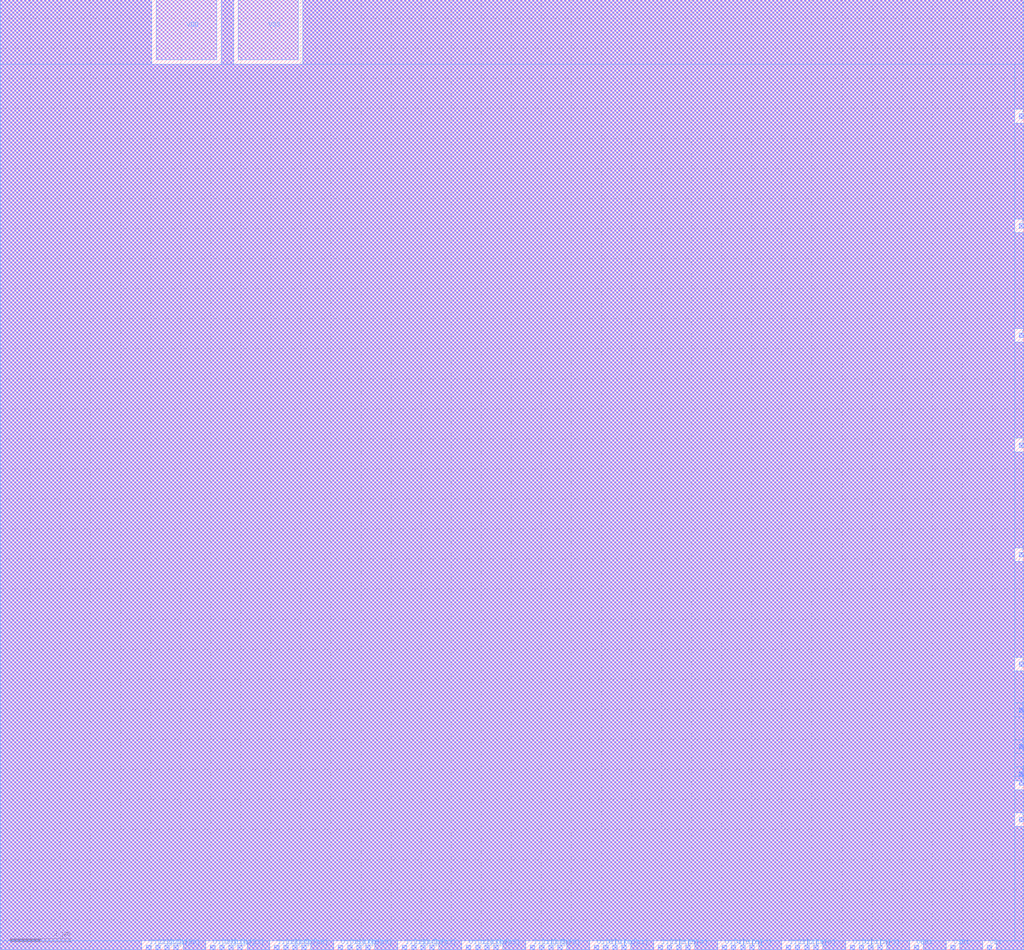
<source format=lef>
VERSION 5.5 ;
NAMESCASESENSITIVE ON ;
BUSBITCHARS "[]" ;
DIVIDERCHAR "/" ;

MACRO sram6t128x24
  CLASS BLOCK ;
  SOURCE USER ;
  ORIGIN 0 0 ;
  SIZE 34.048 BY 31.616 ;
  SYMMETRY X Y R90 ;

  PIN CE1
    DIRECTION INPUT ;
    USE SIGNAL ;
    PORT
      LAYER M2 ;
        RECT 32.832 0.000 32.984 0.152 ;
    END
    PORT
      LAYER M3 ;
        RECT 32.832 0.000 32.984 0.152 ;
    END
    PORT
      LAYER M4 ;
        RECT 32.832 0.000 32.984 0.152 ;
    END
    PORT
      LAYER M5 ;
        RECT 32.832 0.000 32.984 0.152 ;
    END
  END CE1

  PIN CSB1
    DIRECTION INPUT ;
    USE SIGNAL ;
    PORT
      LAYER M2 ;
        RECT 31.616 0.000 31.768 0.152 ;
    END
    PORT
      LAYER M3 ;
        RECT 31.616 0.000 31.768 0.152 ;
    END
    PORT
      LAYER M4 ;
        RECT 31.616 0.000 31.768 0.152 ;
    END
    PORT
      LAYER M5 ;
        RECT 31.616 0.000 31.768 0.152 ;
    END
  END CSB1

  PIN OEB1
    DIRECTION INPUT ;
    USE SIGNAL ;
    PORT
      LAYER M2 ;
        RECT 30.400 0.000 30.552 0.152 ;
    END
    PORT
      LAYER M3 ;
        RECT 30.400 0.000 30.552 0.152 ;
    END
    PORT
      LAYER M4 ;
        RECT 30.400 0.000 30.552 0.152 ;
    END
    PORT
      LAYER M5 ;
        RECT 30.400 0.000 30.552 0.152 ;
    END
  END OEB1

  PIN O1[3]
    DIRECTION OUTPUT ;
    USE SIGNAL ;
    PORT
      LAYER M2 ;
        RECT 29.184 0.000 29.336 0.152 ;
    END
    PORT
      LAYER M3 ;
        RECT 29.184 0.000 29.336 0.152 ;
    END
    PORT
      LAYER M4 ;
        RECT 29.184 0.000 29.336 0.152 ;
    END
    PORT
      LAYER M5 ;
        RECT 29.184 0.000 29.336 0.152 ;
    END
  END O1[3]

  PIN O1[2]
    DIRECTION OUTPUT ;
    USE SIGNAL ;
    PORT
      LAYER M2 ;
        RECT 28.880 0.000 29.032 0.152 ;
    END
    PORT
      LAYER M3 ;
        RECT 28.880 0.000 29.032 0.152 ;
    END
    PORT
      LAYER M4 ;
        RECT 28.880 0.000 29.032 0.152 ;
    END
    PORT
      LAYER M5 ;
        RECT 28.880 0.000 29.032 0.152 ;
    END
  END O1[2]

  PIN O1[1]
    DIRECTION OUTPUT ;
    USE SIGNAL ;
    PORT
      LAYER M2 ;
        RECT 28.576 0.000 28.728 0.152 ;
    END
    PORT
      LAYER M3 ;
        RECT 28.576 0.000 28.728 0.152 ;
    END
    PORT
      LAYER M4 ;
        RECT 28.576 0.000 28.728 0.152 ;
    END
    PORT
      LAYER M5 ;
        RECT 28.576 0.000 28.728 0.152 ;
    END
  END O1[1]

  PIN O1[0]
    DIRECTION OUTPUT ;
    USE SIGNAL ;
    PORT
      LAYER M2 ;
        RECT 28.272 0.000 28.424 0.152 ;
    END
    PORT
      LAYER M3 ;
        RECT 28.272 0.000 28.424 0.152 ;
    END
    PORT
      LAYER M4 ;
        RECT 28.272 0.000 28.424 0.152 ;
    END
    PORT
      LAYER M5 ;
        RECT 28.272 0.000 28.424 0.152 ;
    END
  END O1[0]

  PIN I1[0]
    DIRECTION INPUT ;
    USE SIGNAL ;
    PORT
      LAYER M2 ;
        RECT 27.056 0.000 27.208 0.152 ;
    END
    PORT
      LAYER M3 ;
        RECT 27.056 0.000 27.208 0.152 ;
    END
    PORT
      LAYER M4 ;
        RECT 27.056 0.000 27.208 0.152 ;
    END
    PORT
      LAYER M5 ;
        RECT 27.056 0.000 27.208 0.152 ;
    END
  END I1[0]

  PIN I1[1]
    DIRECTION INPUT ;
    USE SIGNAL ;
    PORT
      LAYER M2 ;
        RECT 26.752 0.000 26.904 0.152 ;
    END
    PORT
      LAYER M3 ;
        RECT 26.752 0.000 26.904 0.152 ;
    END
    PORT
      LAYER M4 ;
        RECT 26.752 0.000 26.904 0.152 ;
    END
    PORT
      LAYER M5 ;
        RECT 26.752 0.000 26.904 0.152 ;
    END
  END I1[1]

  PIN I1[2]
    DIRECTION INPUT ;
    USE SIGNAL ;
    PORT
      LAYER M2 ;
        RECT 26.448 0.000 26.600 0.152 ;
    END
    PORT
      LAYER M3 ;
        RECT 26.448 0.000 26.600 0.152 ;
    END
    PORT
      LAYER M4 ;
        RECT 26.448 0.000 26.600 0.152 ;
    END
    PORT
      LAYER M5 ;
        RECT 26.448 0.000 26.600 0.152 ;
    END
  END I1[2]

  PIN I1[3]
    DIRECTION INPUT ;
    USE SIGNAL ;
    PORT
      LAYER M2 ;
        RECT 26.144 0.000 26.296 0.152 ;
    END
    PORT
      LAYER M3 ;
        RECT 26.144 0.000 26.296 0.152 ;
    END
    PORT
      LAYER M4 ;
        RECT 26.144 0.000 26.296 0.152 ;
    END
    PORT
      LAYER M5 ;
        RECT 26.144 0.000 26.296 0.152 ;
    END
  END I1[3]

  PIN O1[7]
    DIRECTION OUTPUT ;
    USE SIGNAL ;
    PORT
      LAYER M2 ;
        RECT 24.928 0.000 25.080 0.152 ;
    END
    PORT
      LAYER M3 ;
        RECT 24.928 0.000 25.080 0.152 ;
    END
    PORT
      LAYER M4 ;
        RECT 24.928 0.000 25.080 0.152 ;
    END
    PORT
      LAYER M5 ;
        RECT 24.928 0.000 25.080 0.152 ;
    END
  END O1[7]

  PIN O1[6]
    DIRECTION OUTPUT ;
    USE SIGNAL ;
    PORT
      LAYER M2 ;
        RECT 24.624 0.000 24.776 0.152 ;
    END
    PORT
      LAYER M3 ;
        RECT 24.624 0.000 24.776 0.152 ;
    END
    PORT
      LAYER M4 ;
        RECT 24.624 0.000 24.776 0.152 ;
    END
    PORT
      LAYER M5 ;
        RECT 24.624 0.000 24.776 0.152 ;
    END
  END O1[6]

  PIN O1[5]
    DIRECTION OUTPUT ;
    USE SIGNAL ;
    PORT
      LAYER M2 ;
        RECT 24.320 0.000 24.472 0.152 ;
    END
    PORT
      LAYER M3 ;
        RECT 24.320 0.000 24.472 0.152 ;
    END
    PORT
      LAYER M4 ;
        RECT 24.320 0.000 24.472 0.152 ;
    END
    PORT
      LAYER M5 ;
        RECT 24.320 0.000 24.472 0.152 ;
    END
  END O1[5]

  PIN O1[4]
    DIRECTION OUTPUT ;
    USE SIGNAL ;
    PORT
      LAYER M2 ;
        RECT 24.016 0.000 24.168 0.152 ;
    END
    PORT
      LAYER M3 ;
        RECT 24.016 0.000 24.168 0.152 ;
    END
    PORT
      LAYER M4 ;
        RECT 24.016 0.000 24.168 0.152 ;
    END
    PORT
      LAYER M5 ;
        RECT 24.016 0.000 24.168 0.152 ;
    END
  END O1[4]

  PIN I1[4]
    DIRECTION INPUT ;
    USE SIGNAL ;
    PORT
      LAYER M2 ;
        RECT 22.800 0.000 22.952 0.152 ;
    END
    PORT
      LAYER M3 ;
        RECT 22.800 0.000 22.952 0.152 ;
    END
    PORT
      LAYER M4 ;
        RECT 22.800 0.000 22.952 0.152 ;
    END
    PORT
      LAYER M5 ;
        RECT 22.800 0.000 22.952 0.152 ;
    END
  END I1[4]

  PIN I1[5]
    DIRECTION INPUT ;
    USE SIGNAL ;
    PORT
      LAYER M2 ;
        RECT 22.496 0.000 22.648 0.152 ;
    END
    PORT
      LAYER M3 ;
        RECT 22.496 0.000 22.648 0.152 ;
    END
    PORT
      LAYER M4 ;
        RECT 22.496 0.000 22.648 0.152 ;
    END
    PORT
      LAYER M5 ;
        RECT 22.496 0.000 22.648 0.152 ;
    END
  END I1[5]

  PIN I1[6]
    DIRECTION INPUT ;
    USE SIGNAL ;
    PORT
      LAYER M2 ;
        RECT 22.192 0.000 22.344 0.152 ;
    END
    PORT
      LAYER M3 ;
        RECT 22.192 0.000 22.344 0.152 ;
    END
    PORT
      LAYER M4 ;
        RECT 22.192 0.000 22.344 0.152 ;
    END
    PORT
      LAYER M5 ;
        RECT 22.192 0.000 22.344 0.152 ;
    END
  END I1[6]

  PIN I1[7]
    DIRECTION INPUT ;
    USE SIGNAL ;
    PORT
      LAYER M2 ;
        RECT 21.888 0.000 22.040 0.152 ;
    END
    PORT
      LAYER M3 ;
        RECT 21.888 0.000 22.040 0.152 ;
    END
    PORT
      LAYER M4 ;
        RECT 21.888 0.000 22.040 0.152 ;
    END
    PORT
      LAYER M5 ;
        RECT 21.888 0.000 22.040 0.152 ;
    END
  END I1[7]

  PIN O1[11]
    DIRECTION OUTPUT ;
    USE SIGNAL ;
    PORT
      LAYER M2 ;
        RECT 20.672 0.000 20.824 0.152 ;
    END
    PORT
      LAYER M3 ;
        RECT 20.672 0.000 20.824 0.152 ;
    END
    PORT
      LAYER M4 ;
        RECT 20.672 0.000 20.824 0.152 ;
    END
    PORT
      LAYER M5 ;
        RECT 20.672 0.000 20.824 0.152 ;
    END
  END O1[11]

  PIN O1[10]
    DIRECTION OUTPUT ;
    USE SIGNAL ;
    PORT
      LAYER M2 ;
        RECT 20.368 0.000 20.520 0.152 ;
    END
    PORT
      LAYER M3 ;
        RECT 20.368 0.000 20.520 0.152 ;
    END
    PORT
      LAYER M4 ;
        RECT 20.368 0.000 20.520 0.152 ;
    END
    PORT
      LAYER M5 ;
        RECT 20.368 0.000 20.520 0.152 ;
    END
  END O1[10]

  PIN O1[9]
    DIRECTION OUTPUT ;
    USE SIGNAL ;
    PORT
      LAYER M2 ;
        RECT 20.064 0.000 20.216 0.152 ;
    END
    PORT
      LAYER M3 ;
        RECT 20.064 0.000 20.216 0.152 ;
    END
    PORT
      LAYER M4 ;
        RECT 20.064 0.000 20.216 0.152 ;
    END
    PORT
      LAYER M5 ;
        RECT 20.064 0.000 20.216 0.152 ;
    END
  END O1[9]

  PIN O1[8]
    DIRECTION OUTPUT ;
    USE SIGNAL ;
    PORT
      LAYER M2 ;
        RECT 19.760 0.000 19.912 0.152 ;
    END
    PORT
      LAYER M3 ;
        RECT 19.760 0.000 19.912 0.152 ;
    END
    PORT
      LAYER M4 ;
        RECT 19.760 0.000 19.912 0.152 ;
    END
    PORT
      LAYER M5 ;
        RECT 19.760 0.000 19.912 0.152 ;
    END
  END O1[8]

  PIN I1[8]
    DIRECTION INPUT ;
    USE SIGNAL ;
    PORT
      LAYER M2 ;
        RECT 18.544 0.000 18.696 0.152 ;
    END
    PORT
      LAYER M3 ;
        RECT 18.544 0.000 18.696 0.152 ;
    END
    PORT
      LAYER M4 ;
        RECT 18.544 0.000 18.696 0.152 ;
    END
    PORT
      LAYER M5 ;
        RECT 18.544 0.000 18.696 0.152 ;
    END
  END I1[8]

  PIN I1[9]
    DIRECTION INPUT ;
    USE SIGNAL ;
    PORT
      LAYER M2 ;
        RECT 18.240 0.000 18.392 0.152 ;
    END
    PORT
      LAYER M3 ;
        RECT 18.240 0.000 18.392 0.152 ;
    END
    PORT
      LAYER M4 ;
        RECT 18.240 0.000 18.392 0.152 ;
    END
    PORT
      LAYER M5 ;
        RECT 18.240 0.000 18.392 0.152 ;
    END
  END I1[9]

  PIN I1[10]
    DIRECTION INPUT ;
    USE SIGNAL ;
    PORT
      LAYER M2 ;
        RECT 17.936 0.000 18.088 0.152 ;
    END
    PORT
      LAYER M3 ;
        RECT 17.936 0.000 18.088 0.152 ;
    END
    PORT
      LAYER M4 ;
        RECT 17.936 0.000 18.088 0.152 ;
    END
    PORT
      LAYER M5 ;
        RECT 17.936 0.000 18.088 0.152 ;
    END
  END I1[10]

  PIN I1[11]
    DIRECTION INPUT ;
    USE SIGNAL ;
    PORT
      LAYER M2 ;
        RECT 17.632 0.000 17.784 0.152 ;
    END
    PORT
      LAYER M3 ;
        RECT 17.632 0.000 17.784 0.152 ;
    END
    PORT
      LAYER M4 ;
        RECT 17.632 0.000 17.784 0.152 ;
    END
    PORT
      LAYER M5 ;
        RECT 17.632 0.000 17.784 0.152 ;
    END
  END I1[11]

  PIN O1[15]
    DIRECTION OUTPUT ;
    USE SIGNAL ;
    PORT
      LAYER M2 ;
        RECT 16.416 0.000 16.568 0.152 ;
    END
    PORT
      LAYER M3 ;
        RECT 16.416 0.000 16.568 0.152 ;
    END
    PORT
      LAYER M4 ;
        RECT 16.416 0.000 16.568 0.152 ;
    END
    PORT
      LAYER M5 ;
        RECT 16.416 0.000 16.568 0.152 ;
    END
  END O1[15]

  PIN O1[14]
    DIRECTION OUTPUT ;
    USE SIGNAL ;
    PORT
      LAYER M2 ;
        RECT 16.112 0.000 16.264 0.152 ;
    END
    PORT
      LAYER M3 ;
        RECT 16.112 0.000 16.264 0.152 ;
    END
    PORT
      LAYER M4 ;
        RECT 16.112 0.000 16.264 0.152 ;
    END
    PORT
      LAYER M5 ;
        RECT 16.112 0.000 16.264 0.152 ;
    END
  END O1[14]

  PIN O1[13]
    DIRECTION OUTPUT ;
    USE SIGNAL ;
    PORT
      LAYER M2 ;
        RECT 15.808 0.000 15.960 0.152 ;
    END
    PORT
      LAYER M3 ;
        RECT 15.808 0.000 15.960 0.152 ;
    END
    PORT
      LAYER M4 ;
        RECT 15.808 0.000 15.960 0.152 ;
    END
    PORT
      LAYER M5 ;
        RECT 15.808 0.000 15.960 0.152 ;
    END
  END O1[13]

  PIN O1[12]
    DIRECTION OUTPUT ;
    USE SIGNAL ;
    PORT
      LAYER M2 ;
        RECT 15.504 0.000 15.656 0.152 ;
    END
    PORT
      LAYER M3 ;
        RECT 15.504 0.000 15.656 0.152 ;
    END
    PORT
      LAYER M4 ;
        RECT 15.504 0.000 15.656 0.152 ;
    END
    PORT
      LAYER M5 ;
        RECT 15.504 0.000 15.656 0.152 ;
    END
  END O1[12]

  PIN I1[12]
    DIRECTION INPUT ;
    USE SIGNAL ;
    PORT
      LAYER M2 ;
        RECT 14.288 0.000 14.440 0.152 ;
    END
    PORT
      LAYER M3 ;
        RECT 14.288 0.000 14.440 0.152 ;
    END
    PORT
      LAYER M4 ;
        RECT 14.288 0.000 14.440 0.152 ;
    END
    PORT
      LAYER M5 ;
        RECT 14.288 0.000 14.440 0.152 ;
    END
  END I1[12]

  PIN I1[13]
    DIRECTION INPUT ;
    USE SIGNAL ;
    PORT
      LAYER M2 ;
        RECT 13.984 0.000 14.136 0.152 ;
    END
    PORT
      LAYER M3 ;
        RECT 13.984 0.000 14.136 0.152 ;
    END
    PORT
      LAYER M4 ;
        RECT 13.984 0.000 14.136 0.152 ;
    END
    PORT
      LAYER M5 ;
        RECT 13.984 0.000 14.136 0.152 ;
    END
  END I1[13]

  PIN I1[14]
    DIRECTION INPUT ;
    USE SIGNAL ;
    PORT
      LAYER M2 ;
        RECT 13.680 0.000 13.832 0.152 ;
    END
    PORT
      LAYER M3 ;
        RECT 13.680 0.000 13.832 0.152 ;
    END
    PORT
      LAYER M4 ;
        RECT 13.680 0.000 13.832 0.152 ;
    END
    PORT
      LAYER M5 ;
        RECT 13.680 0.000 13.832 0.152 ;
    END
  END I1[14]

  PIN I1[15]
    DIRECTION INPUT ;
    USE SIGNAL ;
    PORT
      LAYER M2 ;
        RECT 13.376 0.000 13.528 0.152 ;
    END
    PORT
      LAYER M3 ;
        RECT 13.376 0.000 13.528 0.152 ;
    END
    PORT
      LAYER M4 ;
        RECT 13.376 0.000 13.528 0.152 ;
    END
    PORT
      LAYER M5 ;
        RECT 13.376 0.000 13.528 0.152 ;
    END
  END I1[15]

  PIN O1[19]
    DIRECTION OUTPUT ;
    USE SIGNAL ;
    PORT
      LAYER M2 ;
        RECT 12.160 0.000 12.312 0.152 ;
    END
    PORT
      LAYER M3 ;
        RECT 12.160 0.000 12.312 0.152 ;
    END
    PORT
      LAYER M4 ;
        RECT 12.160 0.000 12.312 0.152 ;
    END
    PORT
      LAYER M5 ;
        RECT 12.160 0.000 12.312 0.152 ;
    END
  END O1[19]

  PIN O1[18]
    DIRECTION OUTPUT ;
    USE SIGNAL ;
    PORT
      LAYER M2 ;
        RECT 11.856 0.000 12.008 0.152 ;
    END
    PORT
      LAYER M3 ;
        RECT 11.856 0.000 12.008 0.152 ;
    END
    PORT
      LAYER M4 ;
        RECT 11.856 0.000 12.008 0.152 ;
    END
    PORT
      LAYER M5 ;
        RECT 11.856 0.000 12.008 0.152 ;
    END
  END O1[18]

  PIN O1[17]
    DIRECTION OUTPUT ;
    USE SIGNAL ;
    PORT
      LAYER M2 ;
        RECT 11.552 0.000 11.704 0.152 ;
    END
    PORT
      LAYER M3 ;
        RECT 11.552 0.000 11.704 0.152 ;
    END
    PORT
      LAYER M4 ;
        RECT 11.552 0.000 11.704 0.152 ;
    END
    PORT
      LAYER M5 ;
        RECT 11.552 0.000 11.704 0.152 ;
    END
  END O1[17]

  PIN O1[16]
    DIRECTION OUTPUT ;
    USE SIGNAL ;
    PORT
      LAYER M2 ;
        RECT 11.248 0.000 11.400 0.152 ;
    END
    PORT
      LAYER M3 ;
        RECT 11.248 0.000 11.400 0.152 ;
    END
    PORT
      LAYER M4 ;
        RECT 11.248 0.000 11.400 0.152 ;
    END
    PORT
      LAYER M5 ;
        RECT 11.248 0.000 11.400 0.152 ;
    END
  END O1[16]

  PIN I1[16]
    DIRECTION INPUT ;
    USE SIGNAL ;
    PORT
      LAYER M2 ;
        RECT 10.032 0.000 10.184 0.152 ;
    END
    PORT
      LAYER M3 ;
        RECT 10.032 0.000 10.184 0.152 ;
    END
    PORT
      LAYER M4 ;
        RECT 10.032 0.000 10.184 0.152 ;
    END
    PORT
      LAYER M5 ;
        RECT 10.032 0.000 10.184 0.152 ;
    END
  END I1[16]

  PIN I1[17]
    DIRECTION INPUT ;
    USE SIGNAL ;
    PORT
      LAYER M2 ;
        RECT 9.728 0.000 9.880 0.152 ;
    END
    PORT
      LAYER M3 ;
        RECT 9.728 0.000 9.880 0.152 ;
    END
    PORT
      LAYER M4 ;
        RECT 9.728 0.000 9.880 0.152 ;
    END
    PORT
      LAYER M5 ;
        RECT 9.728 0.000 9.880 0.152 ;
    END
  END I1[17]

  PIN I1[18]
    DIRECTION INPUT ;
    USE SIGNAL ;
    PORT
      LAYER M2 ;
        RECT 9.424 0.000 9.576 0.152 ;
    END
    PORT
      LAYER M3 ;
        RECT 9.424 0.000 9.576 0.152 ;
    END
    PORT
      LAYER M4 ;
        RECT 9.424 0.000 9.576 0.152 ;
    END
    PORT
      LAYER M5 ;
        RECT 9.424 0.000 9.576 0.152 ;
    END
  END I1[18]

  PIN I1[19]
    DIRECTION INPUT ;
    USE SIGNAL ;
    PORT
      LAYER M2 ;
        RECT 9.120 0.000 9.272 0.152 ;
    END
    PORT
      LAYER M3 ;
        RECT 9.120 0.000 9.272 0.152 ;
    END
    PORT
      LAYER M4 ;
        RECT 9.120 0.000 9.272 0.152 ;
    END
    PORT
      LAYER M5 ;
        RECT 9.120 0.000 9.272 0.152 ;
    END
  END I1[19]

  PIN O1[23]
    DIRECTION OUTPUT ;
    USE SIGNAL ;
    PORT
      LAYER M2 ;
        RECT 7.904 0.000 8.056 0.152 ;
    END
    PORT
      LAYER M3 ;
        RECT 7.904 0.000 8.056 0.152 ;
    END
    PORT
      LAYER M4 ;
        RECT 7.904 0.000 8.056 0.152 ;
    END
    PORT
      LAYER M5 ;
        RECT 7.904 0.000 8.056 0.152 ;
    END
  END O1[23]

  PIN O1[22]
    DIRECTION OUTPUT ;
    USE SIGNAL ;
    PORT
      LAYER M2 ;
        RECT 7.600 0.000 7.752 0.152 ;
    END
    PORT
      LAYER M3 ;
        RECT 7.600 0.000 7.752 0.152 ;
    END
    PORT
      LAYER M4 ;
        RECT 7.600 0.000 7.752 0.152 ;
    END
    PORT
      LAYER M5 ;
        RECT 7.600 0.000 7.752 0.152 ;
    END
  END O1[22]

  PIN O1[21]
    DIRECTION OUTPUT ;
    USE SIGNAL ;
    PORT
      LAYER M2 ;
        RECT 7.296 0.000 7.448 0.152 ;
    END
    PORT
      LAYER M3 ;
        RECT 7.296 0.000 7.448 0.152 ;
    END
    PORT
      LAYER M4 ;
        RECT 7.296 0.000 7.448 0.152 ;
    END
    PORT
      LAYER M5 ;
        RECT 7.296 0.000 7.448 0.152 ;
    END
  END O1[21]

  PIN O1[20]
    DIRECTION OUTPUT ;
    USE SIGNAL ;
    PORT
      LAYER M2 ;
        RECT 6.992 0.000 7.144 0.152 ;
    END
    PORT
      LAYER M3 ;
        RECT 6.992 0.000 7.144 0.152 ;
    END
    PORT
      LAYER M4 ;
        RECT 6.992 0.000 7.144 0.152 ;
    END
    PORT
      LAYER M5 ;
        RECT 6.992 0.000 7.144 0.152 ;
    END
  END O1[20]

  PIN I1[20]
    DIRECTION INPUT ;
    USE SIGNAL ;
    PORT
      LAYER M2 ;
        RECT 5.776 0.000 5.928 0.152 ;
    END
    PORT
      LAYER M3 ;
        RECT 5.776 0.000 5.928 0.152 ;
    END
    PORT
      LAYER M4 ;
        RECT 5.776 0.000 5.928 0.152 ;
    END
    PORT
      LAYER M5 ;
        RECT 5.776 0.000 5.928 0.152 ;
    END
  END I1[20]

  PIN I1[21]
    DIRECTION INPUT ;
    USE SIGNAL ;
    PORT
      LAYER M2 ;
        RECT 5.472 0.000 5.624 0.152 ;
    END
    PORT
      LAYER M3 ;
        RECT 5.472 0.000 5.624 0.152 ;
    END
    PORT
      LAYER M4 ;
        RECT 5.472 0.000 5.624 0.152 ;
    END
    PORT
      LAYER M5 ;
        RECT 5.472 0.000 5.624 0.152 ;
    END
  END I1[21]

  PIN I1[22]
    DIRECTION INPUT ;
    USE SIGNAL ;
    PORT
      LAYER M2 ;
        RECT 5.168 0.000 5.320 0.152 ;
    END
    PORT
      LAYER M3 ;
        RECT 5.168 0.000 5.320 0.152 ;
    END
    PORT
      LAYER M4 ;
        RECT 5.168 0.000 5.320 0.152 ;
    END
    PORT
      LAYER M5 ;
        RECT 5.168 0.000 5.320 0.152 ;
    END
  END I1[22]

  PIN I1[23]
    DIRECTION INPUT ;
    USE SIGNAL ;
    PORT
      LAYER M2 ;
        RECT 4.864 0.000 5.016 0.152 ;
    END
    PORT
      LAYER M3 ;
        RECT 4.864 0.000 5.016 0.152 ;
    END
    PORT
      LAYER M4 ;
        RECT 4.864 0.000 5.016 0.152 ;
    END
    PORT
      LAYER M5 ;
        RECT 4.864 0.000 5.016 0.152 ;
    END
  END I1[23]

  PIN A1[0]
    DIRECTION INPUT ;
    USE SIGNAL ;
    PORT
      LAYER M2 ;
        RECT 33.896 27.664 34.048 27.816 ;
    END
    PORT
      LAYER M3 ;
        RECT 33.896 27.664 34.048 27.816 ;
    END
    PORT
      LAYER M4 ;
        RECT 33.896 27.664 34.048 27.816 ;
    END
    PORT
      LAYER M5 ;
        RECT 33.896 27.664 34.048 27.816 ;
    END
  END A1[0]

  PIN A1[1]
    DIRECTION INPUT ;
    USE SIGNAL ;
    PORT
      LAYER M2 ;
        RECT 33.896 24.016 34.048 24.168 ;
    END
    PORT
      LAYER M3 ;
        RECT 33.896 24.016 34.048 24.168 ;
    END
    PORT
      LAYER M4 ;
        RECT 33.896 24.016 34.048 24.168 ;
    END
    PORT
      LAYER M5 ;
        RECT 33.896 24.016 34.048 24.168 ;
    END
  END A1[1]

  PIN A1[2]
    DIRECTION INPUT ;
    USE SIGNAL ;
    PORT
      LAYER M2 ;
        RECT 33.896 20.368 34.048 20.520 ;
    END
    PORT
      LAYER M3 ;
        RECT 33.896 20.368 34.048 20.520 ;
    END
    PORT
      LAYER M4 ;
        RECT 33.896 20.368 34.048 20.520 ;
    END
    PORT
      LAYER M5 ;
        RECT 33.896 20.368 34.048 20.520 ;
    END
  END A1[2]

  PIN A1[3]
    DIRECTION INPUT ;
    USE SIGNAL ;
    PORT
      LAYER M2 ;
        RECT 33.896 16.720 34.048 16.872 ;
    END
    PORT
      LAYER M3 ;
        RECT 33.896 16.720 34.048 16.872 ;
    END
    PORT
      LAYER M4 ;
        RECT 33.896 16.720 34.048 16.872 ;
    END
    PORT
      LAYER M5 ;
        RECT 33.896 16.720 34.048 16.872 ;
    END
  END A1[3]

  PIN A1[4]
    DIRECTION INPUT ;
    USE SIGNAL ;
    PORT
      LAYER M2 ;
        RECT 33.896 13.072 34.048 13.224 ;
    END
    PORT
      LAYER M3 ;
        RECT 33.896 13.072 34.048 13.224 ;
    END
    PORT
      LAYER M4 ;
        RECT 33.896 13.072 34.048 13.224 ;
    END
    PORT
      LAYER M5 ;
        RECT 33.896 13.072 34.048 13.224 ;
    END
  END A1[4]

  PIN A1[5]
    DIRECTION INPUT ;
    USE SIGNAL ;
    PORT
      LAYER M2 ;
        RECT 33.896 9.424 34.048 9.576 ;
    END
    PORT
      LAYER M3 ;
        RECT 33.896 9.424 34.048 9.576 ;
    END
    PORT
      LAYER M4 ;
        RECT 33.896 9.424 34.048 9.576 ;
    END
    PORT
      LAYER M5 ;
        RECT 33.896 9.424 34.048 9.576 ;
    END
  END A1[5]

  PIN A1[6]
    DIRECTION INPUT ;
    USE SIGNAL ;
    PORT
      LAYER M2 ;
        RECT 33.896 5.776 34.048 5.928 ;
    END
    PORT
      LAYER M3 ;
        RECT 33.896 5.776 34.048 5.928 ;
    END
    PORT
      LAYER M4 ;
        RECT 33.896 5.776 34.048 5.928 ;
    END
    PORT
      LAYER M5 ;
        RECT 33.896 5.776 34.048 5.928 ;
    END
  END A1[6]

  PIN WEB1
    DIRECTION INPUT ;
    USE SIGNAL ;
    PORT
      LAYER M2 ;
        RECT 33.896 7.904 34.048 8.056 ;
    END
    PORT
      LAYER M3 ;
        RECT 33.896 7.904 34.048 8.056 ;
    END
    PORT
      LAYER M4 ;
        RECT 33.896 7.904 34.048 8.056 ;
    END
    PORT
      LAYER M5 ;
        RECT 33.896 7.904 34.048 8.056 ;
    END
  END WEB1

  PIN WBM1[0]
    DIRECTION INPUT ;
    USE SIGNAL ;
    PORT
      LAYER M2 ;
        RECT 33.896 6.688 34.048 6.840 ;
    END
    PORT
      LAYER M3 ;
        RECT 33.896 6.688 34.048 6.840 ;
    END
    PORT
      LAYER M4 ;
        RECT 33.896 6.688 34.048 6.840 ;
    END
    PORT
      LAYER M5 ;
        RECT 33.896 6.688 34.048 6.840 ;
    END
  END WBM1[0]

  PIN WBM1[1]
    DIRECTION INPUT ;
    USE SIGNAL ;
    PORT
      LAYER M2 ;
        RECT 33.896 5.472 34.048 5.624 ;
    END
    PORT
      LAYER M3 ;
        RECT 33.896 5.472 34.048 5.624 ;
    END
    PORT
      LAYER M4 ;
        RECT 33.896 5.472 34.048 5.624 ;
    END
    PORT
      LAYER M5 ;
        RECT 33.896 5.472 34.048 5.624 ;
    END
  END WBM1[1]

  PIN WBM1[2]
    DIRECTION INPUT ;
    USE SIGNAL ;
    PORT
      LAYER M2 ;
        RECT 33.896 4.256 34.048 4.408 ;
    END
    PORT
      LAYER M3 ;
        RECT 33.896 4.256 34.048 4.408 ;
    END
    PORT
      LAYER M4 ;
        RECT 33.896 4.256 34.048 4.408 ;
    END
    PORT
      LAYER M5 ;
        RECT 33.896 4.256 34.048 4.408 ;
    END
  END WBM1[2]

  PIN VDD
    DIRECTION INOUT ;
    USE POWER ;
    PORT
      LAYER M2 ;
        RECT 5.195 29.616 7.195 31.616 ;
    END
    PORT
      LAYER M3 ;
        RECT 5.195 29.616 7.195 31.616 ;
    END
    PORT
      LAYER M5 ;
        RECT 5.195 29.616 7.195 31.616 ;
    END
  END VDD

  PIN VSS
    DIRECTION INOUT ;
    USE GROUND ;
    PORT
      LAYER M2 ;
        RECT 7.915 29.616 9.915 31.616 ;
    END
    PORT
      LAYER M3 ;
        RECT 7.915 29.616 9.915 31.616 ;
    END
    PORT
      LAYER M5 ;
        RECT 7.915 29.616 9.915 31.616 ;
    END
  END VSS

  OBS
    LAYER M2 ;
      RECT 33.136 0.000 34.048 0.304 ;
      RECT 31.920 0.000 32.680 0.304 ;
      RECT 30.704 0.000 31.464 0.304 ;
      RECT 29.488 0.000 30.248 0.304 ;
      RECT 27.360 0.000 28.120 0.304 ;
      RECT 25.232 0.000 25.992 0.304 ;
      RECT 23.104 0.000 23.864 0.304 ;
      RECT 20.976 0.000 21.736 0.304 ;
      RECT 18.848 0.000 19.608 0.304 ;
      RECT 16.720 0.000 17.480 0.304 ;
      RECT 14.592 0.000 15.352 0.304 ;
      RECT 12.464 0.000 13.224 0.304 ;
      RECT 10.336 0.000 11.096 0.304 ;
      RECT 8.208 0.000 8.968 0.304 ;
      RECT 6.080 0.000 6.840 0.304 ;
      RECT 0.000 0.000 4.712 0.304 ;
      RECT 33.744 27.968 34.048 29.464 ;
      RECT 33.744 24.320 34.048 27.512 ;
      RECT 33.744 20.672 34.048 23.864 ;
      RECT 33.744 17.024 34.048 20.216 ;
      RECT 33.744 13.376 34.048 16.568 ;
      RECT 33.744 9.728 34.048 12.920 ;
      RECT 33.744 6.080 34.048 9.272 ;
      RECT 33.744 8.208 34.048 5.624 ;
      RECT 33.744 6.992 34.048 7.752 ;
      RECT 33.744 5.776 34.048 6.536 ;
      RECT 33.744 4.560 34.048 5.320 ;
      RECT 33.744 0.304 34.048 4.104 ;
      RECT 0.000 29.464 5.043 31.616 ;
      RECT 7.355 29.464 7.763 31.616 ;
      RECT 10.067 29.464 34.048 31.616 ;
      RECT 0.000 0.304 33.744 29.464 ;
    LAYER M3 ;
      RECT 33.136 0.000 34.048 0.304 ;
      RECT 31.920 0.000 32.680 0.304 ;
      RECT 30.704 0.000 31.464 0.304 ;
      RECT 29.488 0.000 30.248 0.304 ;
      RECT 27.360 0.000 28.120 0.304 ;
      RECT 25.232 0.000 25.992 0.304 ;
      RECT 23.104 0.000 23.864 0.304 ;
      RECT 20.976 0.000 21.736 0.304 ;
      RECT 18.848 0.000 19.608 0.304 ;
      RECT 16.720 0.000 17.480 0.304 ;
      RECT 14.592 0.000 15.352 0.304 ;
      RECT 12.464 0.000 13.224 0.304 ;
      RECT 10.336 0.000 11.096 0.304 ;
      RECT 8.208 0.000 8.968 0.304 ;
      RECT 6.080 0.000 6.840 0.304 ;
      RECT 0.000 0.000 4.712 0.304 ;
      RECT 33.744 27.968 34.048 29.464 ;
      RECT 33.744 24.320 34.048 27.512 ;
      RECT 33.744 20.672 34.048 23.864 ;
      RECT 33.744 17.024 34.048 20.216 ;
      RECT 33.744 13.376 34.048 16.568 ;
      RECT 33.744 9.728 34.048 12.920 ;
      RECT 33.744 6.080 34.048 9.272 ;
      RECT 33.744 8.208 34.048 5.624 ;
      RECT 33.744 6.992 34.048 7.752 ;
      RECT 33.744 5.776 34.048 6.536 ;
      RECT 33.744 4.560 34.048 5.320 ;
      RECT 33.744 0.304 34.048 4.104 ;
      RECT 0.000 29.464 5.043 31.616 ;
      RECT 7.355 29.464 7.763 31.616 ;
      RECT 10.067 29.464 34.048 31.616 ;
      RECT 0.000 0.304 33.744 29.464 ;
    LAYER M4 ;
      RECT 33.136 0.000 34.048 0.304 ;
      RECT 31.920 0.000 32.680 0.304 ;
      RECT 30.704 0.000 31.464 0.304 ;
      RECT 29.488 0.000 30.248 0.304 ;
      RECT 27.360 0.000 28.120 0.304 ;
      RECT 25.232 0.000 25.992 0.304 ;
      RECT 23.104 0.000 23.864 0.304 ;
      RECT 20.976 0.000 21.736 0.304 ;
      RECT 18.848 0.000 19.608 0.304 ;
      RECT 16.720 0.000 17.480 0.304 ;
      RECT 14.592 0.000 15.352 0.304 ;
      RECT 12.464 0.000 13.224 0.304 ;
      RECT 10.336 0.000 11.096 0.304 ;
      RECT 8.208 0.000 8.968 0.304 ;
      RECT 6.080 0.000 6.840 0.304 ;
      RECT 0.000 0.000 4.712 0.304 ;
      RECT 33.744 27.968 34.048 29.464 ;
      RECT 33.744 24.320 34.048 27.512 ;
      RECT 33.744 20.672 34.048 23.864 ;
      RECT 33.744 17.024 34.048 20.216 ;
      RECT 33.744 13.376 34.048 16.568 ;
      RECT 33.744 9.728 34.048 12.920 ;
      RECT 33.744 6.080 34.048 9.272 ;
      RECT 33.744 8.208 34.048 5.624 ;
      RECT 33.744 6.992 34.048 7.752 ;
      RECT 33.744 5.776 34.048 6.536 ;
      RECT 33.744 4.560 34.048 5.320 ;
      RECT 33.744 0.304 34.048 4.104 ;
      RECT 0.000 29.464 5.043 31.616 ;
      RECT 7.355 29.464 7.763 31.616 ;
      RECT 10.067 29.464 34.048 31.616 ;
      RECT 0.000 0.304 33.744 29.464 ;
    LAYER M5 ;
      RECT 33.136 0.000 34.048 0.304 ;
      RECT 31.920 0.000 32.680 0.304 ;
      RECT 30.704 0.000 31.464 0.304 ;
      RECT 29.488 0.000 30.248 0.304 ;
      RECT 27.360 0.000 28.120 0.304 ;
      RECT 25.232 0.000 25.992 0.304 ;
      RECT 23.104 0.000 23.864 0.304 ;
      RECT 20.976 0.000 21.736 0.304 ;
      RECT 18.848 0.000 19.608 0.304 ;
      RECT 16.720 0.000 17.480 0.304 ;
      RECT 14.592 0.000 15.352 0.304 ;
      RECT 12.464 0.000 13.224 0.304 ;
      RECT 10.336 0.000 11.096 0.304 ;
      RECT 8.208 0.000 8.968 0.304 ;
      RECT 6.080 0.000 6.840 0.304 ;
      RECT 0.000 0.000 4.712 0.304 ;
      RECT 33.744 27.968 34.048 29.464 ;
      RECT 33.744 24.320 34.048 27.512 ;
      RECT 33.744 20.672 34.048 23.864 ;
      RECT 33.744 17.024 34.048 20.216 ;
      RECT 33.744 13.376 34.048 16.568 ;
      RECT 33.744 9.728 34.048 12.920 ;
      RECT 33.744 6.080 34.048 9.272 ;
      RECT 33.744 8.208 34.048 5.624 ;
      RECT 33.744 6.992 34.048 7.752 ;
      RECT 33.744 5.776 34.048 6.536 ;
      RECT 33.744 4.560 34.048 5.320 ;
      RECT 33.744 0.304 34.048 4.104 ;
      RECT 0.000 29.464 5.043 31.616 ;
      RECT 7.355 29.464 7.763 31.616 ;
      RECT 10.067 29.464 34.048 31.616 ;
      RECT 0.000 0.304 33.744 29.464 ;
  END

END sram6t128x24

END LIBRARY

</source>
